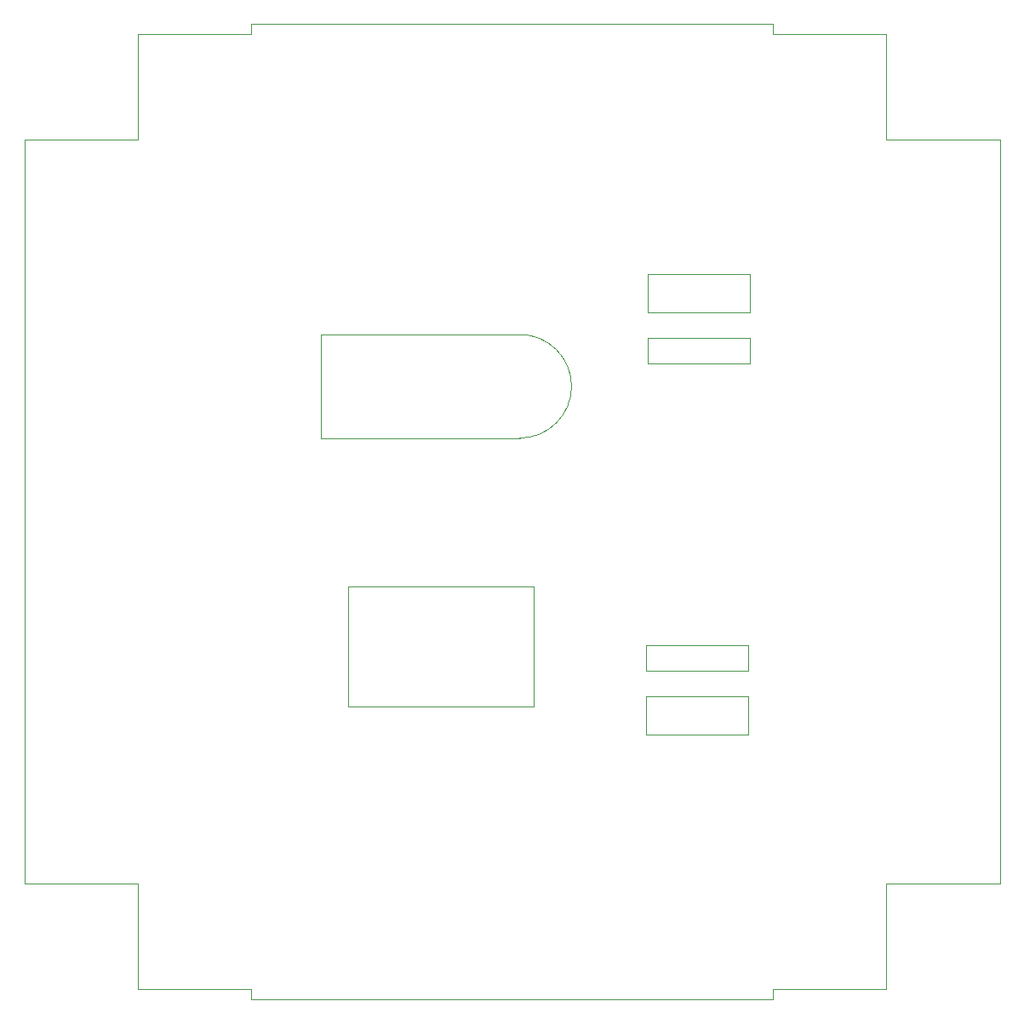
<source format=gm1>
%TF.GenerationSoftware,KiCad,Pcbnew,9.0.1*%
%TF.CreationDate,2025-04-07T03:16:16-07:00*%
%TF.ProjectId,ZPlus_Panel,5a506c75-735f-4506-916e-656c2e6b6963,2.4*%
%TF.SameCoordinates,Original*%
%TF.FileFunction,Profile,NP*%
%FSLAX46Y46*%
G04 Gerber Fmt 4.6, Leading zero omitted, Abs format (unit mm)*
G04 Created by KiCad (PCBNEW 9.0.1) date 2025-04-07 03:16:16*
%MOMM*%
%LPD*%
G01*
G04 APERTURE LIST*
%TA.AperFunction,Profile*%
%ADD10C,0.050000*%
%TD*%
%TA.AperFunction,Profile*%
%ADD11C,0.100000*%
%TD*%
G04 APERTURE END LIST*
D10*
X185700000Y-41000000D02*
X174450000Y-41000000D01*
X174450000Y-40000000D02*
X174450000Y-41000000D01*
X174450000Y-40000000D02*
X122550000Y-40000000D01*
X185700000Y-136000000D02*
X185700000Y-125500000D01*
X122550000Y-41000000D02*
X111300000Y-41000000D01*
X111300000Y-51500000D02*
X100000000Y-51500000D01*
X161987035Y-71217200D02*
X161987035Y-73757200D01*
X185700000Y-51500000D02*
X185700000Y-41000000D01*
X171947035Y-101737200D02*
X171947035Y-104277200D01*
X171947035Y-104277200D02*
X161787035Y-104277200D01*
X171942000Y-106817200D02*
X161782000Y-106817200D01*
X172142000Y-68677200D02*
X172142000Y-64867200D01*
X161982000Y-64867200D02*
X161982000Y-68677200D01*
X161787035Y-101737200D02*
X171947035Y-101737200D01*
X197000000Y-125500000D02*
X185700000Y-125500000D01*
X111300000Y-125500000D02*
X100000000Y-125500000D01*
X172147035Y-73757200D02*
X172147035Y-71217200D01*
X111300000Y-51500000D02*
X111300000Y-41000000D01*
X161782000Y-110627200D02*
X171942000Y-110627200D01*
X172142000Y-64867200D02*
X161982000Y-64867200D01*
X122550000Y-137000000D02*
X122550000Y-136000000D01*
X100000000Y-51500000D02*
X100000000Y-125500000D01*
X122550000Y-136000000D02*
X111300000Y-136000000D01*
X185700000Y-136000000D02*
X174450000Y-136000000D01*
X161782000Y-106817200D02*
X161782000Y-110627200D01*
X174450000Y-137000000D02*
X122550000Y-137000000D01*
X197000000Y-125500000D02*
X197000000Y-51500000D01*
X161787035Y-104277200D02*
X161787035Y-101737200D01*
X197000000Y-51500000D02*
X185700000Y-51500000D01*
X122550000Y-41000000D02*
X122550000Y-40000000D01*
X172147035Y-71217200D02*
X161987035Y-71217200D01*
X161982000Y-68677200D02*
X172142000Y-68677200D01*
X174450000Y-136000000D02*
X174450000Y-137000000D01*
X161987035Y-73757200D02*
X172147035Y-73757200D01*
X111300000Y-136000000D02*
X111300000Y-125500000D01*
X171942000Y-110627200D02*
X171942000Y-106817200D01*
D11*
X132138000Y-95943200D02*
X150663000Y-95943200D01*
X150663000Y-107843200D01*
X132138000Y-107843200D01*
X132138000Y-95943200D01*
%TO.C,AE2*%
X129475500Y-70868200D02*
X129475500Y-81168200D01*
X129475500Y-70868200D02*
X149250500Y-70868200D01*
X129475500Y-81168200D02*
X149250500Y-81168200D01*
X149250500Y-70868200D02*
G75*
G02*
X149250500Y-81168200I2054J-5150000D01*
G01*
%TD*%
M02*

</source>
